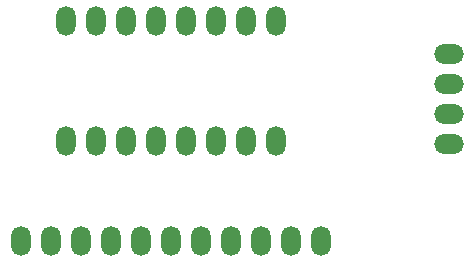
<source format=gbs>
%FSLAX34Y34*%
G04 Gerber Fmt 3.4, Leading zero omitted, Abs format*
G04 (created by PCBNEW (2013-12-28 BZR 4579)-product) date ons 26 feb 2014 22:49:01 CET*
%MOIN*%
G01*
G70*
G90*
G04 APERTURE LIST*
%ADD10C,0.005906*%
%ADD11O,0.064961X0.100000*%
%ADD12O,0.100000X0.065000*%
%ADD13O,0.065000X0.100000*%
G04 APERTURE END LIST*
G54D10*
G54D11*
X52712Y-45307D03*
X51712Y-45307D03*
X50712Y-45307D03*
X49712Y-45307D03*
X48712Y-45307D03*
X47712Y-45307D03*
X46712Y-45307D03*
X45712Y-45307D03*
X45712Y-41307D03*
X46712Y-41307D03*
X47712Y-41307D03*
X48712Y-41307D03*
X49712Y-41307D03*
X50712Y-41307D03*
X51712Y-41307D03*
X52712Y-41307D03*
G54D12*
X58464Y-42397D03*
X58464Y-43397D03*
X58464Y-44397D03*
X58464Y-45397D03*
G54D13*
X44212Y-48622D03*
X45212Y-48622D03*
X46212Y-48622D03*
X47212Y-48622D03*
X48212Y-48622D03*
X49212Y-48622D03*
X50212Y-48622D03*
X51212Y-48622D03*
X52212Y-48622D03*
X53212Y-48622D03*
X54212Y-48622D03*
M02*

</source>
